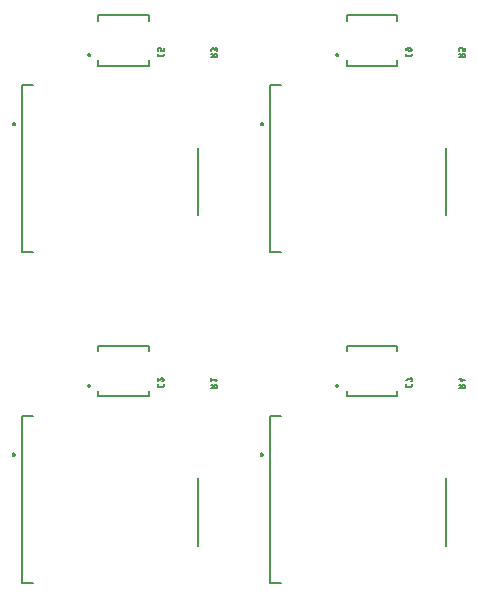
<source format=gbr>
G04 EAGLE Gerber RS-274X export*
G75*
%MOMM*%
%FSLAX34Y34*%
%LPD*%
%INSilkscreen Bottom*%
%IPPOS*%
%AMOC8*
5,1,8,0,0,1.08239X$1,22.5*%
G01*
%ADD10C,0.127000*%
%ADD11C,0.200000*%
%ADD12C,0.152400*%


D10*
X122939Y228904D02*
X122939Y227832D01*
X122941Y227767D01*
X122947Y227703D01*
X122957Y227639D01*
X122970Y227575D01*
X122988Y227513D01*
X123009Y227452D01*
X123033Y227392D01*
X123062Y227334D01*
X123094Y227277D01*
X123129Y227223D01*
X123167Y227171D01*
X123209Y227121D01*
X123253Y227074D01*
X123300Y227030D01*
X123350Y226988D01*
X123402Y226950D01*
X123456Y226915D01*
X123513Y226883D01*
X123571Y226854D01*
X123631Y226830D01*
X123692Y226809D01*
X123754Y226791D01*
X123818Y226778D01*
X123882Y226768D01*
X123946Y226762D01*
X124011Y226760D01*
X124011Y226759D02*
X126693Y226759D01*
X126693Y226760D02*
X126758Y226762D01*
X126822Y226768D01*
X126886Y226778D01*
X126950Y226791D01*
X127012Y226809D01*
X127073Y226830D01*
X127133Y226854D01*
X127191Y226883D01*
X127248Y226915D01*
X127302Y226950D01*
X127354Y226988D01*
X127404Y227030D01*
X127451Y227074D01*
X127495Y227121D01*
X127537Y227171D01*
X127575Y227223D01*
X127610Y227277D01*
X127642Y227334D01*
X127671Y227392D01*
X127695Y227452D01*
X127716Y227513D01*
X127734Y227575D01*
X127747Y227639D01*
X127757Y227703D01*
X127763Y227767D01*
X127765Y227832D01*
X127765Y228904D01*
X127765Y232834D02*
X127763Y232902D01*
X127757Y232969D01*
X127748Y233036D01*
X127735Y233103D01*
X127718Y233168D01*
X127697Y233233D01*
X127673Y233296D01*
X127645Y233358D01*
X127614Y233418D01*
X127580Y233476D01*
X127542Y233532D01*
X127502Y233587D01*
X127458Y233638D01*
X127411Y233687D01*
X127362Y233734D01*
X127311Y233778D01*
X127256Y233818D01*
X127200Y233856D01*
X127142Y233890D01*
X127082Y233921D01*
X127020Y233949D01*
X126957Y233973D01*
X126892Y233994D01*
X126827Y234011D01*
X126760Y234024D01*
X126693Y234033D01*
X126626Y234039D01*
X126558Y234041D01*
X127765Y232834D02*
X127763Y232756D01*
X127757Y232678D01*
X127747Y232601D01*
X127734Y232524D01*
X127716Y232448D01*
X127695Y232373D01*
X127670Y232299D01*
X127641Y232227D01*
X127609Y232156D01*
X127573Y232087D01*
X127534Y232019D01*
X127491Y231954D01*
X127445Y231891D01*
X127396Y231830D01*
X127344Y231772D01*
X127289Y231717D01*
X127232Y231664D01*
X127172Y231615D01*
X127109Y231568D01*
X127044Y231525D01*
X126978Y231485D01*
X126909Y231448D01*
X126838Y231415D01*
X126766Y231385D01*
X126693Y231359D01*
X125620Y233639D02*
X125669Y233688D01*
X125721Y233735D01*
X125776Y233778D01*
X125833Y233819D01*
X125892Y233857D01*
X125953Y233891D01*
X126016Y233922D01*
X126080Y233950D01*
X126146Y233974D01*
X126212Y233994D01*
X126280Y234011D01*
X126349Y234024D01*
X126418Y234033D01*
X126488Y234039D01*
X126558Y234041D01*
X125620Y233639D02*
X122939Y231360D01*
X122939Y234041D01*
X17000Y202100D02*
X7550Y202100D01*
X7550Y60700D01*
X17000Y60700D01*
X157050Y92400D02*
X157050Y149400D01*
D11*
X-100Y169500D02*
X-98Y169563D01*
X-92Y169625D01*
X-82Y169687D01*
X-69Y169749D01*
X-51Y169809D01*
X-30Y169868D01*
X-5Y169926D01*
X24Y169982D01*
X56Y170036D01*
X91Y170088D01*
X129Y170137D01*
X171Y170185D01*
X215Y170229D01*
X263Y170271D01*
X312Y170309D01*
X364Y170344D01*
X418Y170376D01*
X474Y170405D01*
X532Y170430D01*
X591Y170451D01*
X651Y170469D01*
X713Y170482D01*
X775Y170492D01*
X837Y170498D01*
X900Y170500D01*
X963Y170498D01*
X1025Y170492D01*
X1087Y170482D01*
X1149Y170469D01*
X1209Y170451D01*
X1268Y170430D01*
X1326Y170405D01*
X1382Y170376D01*
X1436Y170344D01*
X1488Y170309D01*
X1537Y170271D01*
X1585Y170229D01*
X1629Y170185D01*
X1671Y170137D01*
X1709Y170088D01*
X1744Y170036D01*
X1776Y169982D01*
X1805Y169926D01*
X1830Y169868D01*
X1851Y169809D01*
X1869Y169749D01*
X1882Y169687D01*
X1892Y169625D01*
X1898Y169563D01*
X1900Y169500D01*
X1898Y169437D01*
X1892Y169375D01*
X1882Y169313D01*
X1869Y169251D01*
X1851Y169191D01*
X1830Y169132D01*
X1805Y169074D01*
X1776Y169018D01*
X1744Y168964D01*
X1709Y168912D01*
X1671Y168863D01*
X1629Y168815D01*
X1585Y168771D01*
X1537Y168729D01*
X1488Y168691D01*
X1436Y168656D01*
X1382Y168624D01*
X1326Y168595D01*
X1268Y168570D01*
X1209Y168549D01*
X1149Y168531D01*
X1087Y168518D01*
X1025Y168508D01*
X963Y168502D01*
X900Y168500D01*
X837Y168502D01*
X775Y168508D01*
X713Y168518D01*
X651Y168531D01*
X591Y168549D01*
X532Y168570D01*
X474Y168595D01*
X418Y168624D01*
X364Y168656D01*
X312Y168691D01*
X263Y168729D01*
X215Y168771D01*
X171Y168815D01*
X129Y168863D01*
X91Y168912D01*
X56Y168964D01*
X24Y169018D01*
X-5Y169074D01*
X-30Y169132D01*
X-51Y169191D01*
X-69Y169251D01*
X-82Y169313D01*
X-92Y169375D01*
X-98Y169437D01*
X-100Y169500D01*
D10*
X168255Y225948D02*
X173081Y225948D01*
X173081Y227289D01*
X173079Y227360D01*
X173073Y227432D01*
X173064Y227502D01*
X173051Y227572D01*
X173034Y227642D01*
X173013Y227710D01*
X172989Y227777D01*
X172961Y227843D01*
X172930Y227907D01*
X172895Y227970D01*
X172857Y228030D01*
X172816Y228089D01*
X172772Y228145D01*
X172725Y228199D01*
X172676Y228250D01*
X172623Y228298D01*
X172568Y228344D01*
X172511Y228386D01*
X172451Y228426D01*
X172390Y228462D01*
X172326Y228495D01*
X172261Y228524D01*
X172195Y228550D01*
X172127Y228573D01*
X172058Y228592D01*
X171988Y228607D01*
X171918Y228618D01*
X171847Y228626D01*
X171776Y228630D01*
X171704Y228630D01*
X171633Y228626D01*
X171562Y228618D01*
X171492Y228607D01*
X171422Y228592D01*
X171353Y228573D01*
X171285Y228550D01*
X171219Y228524D01*
X171154Y228495D01*
X171090Y228462D01*
X171029Y228426D01*
X170969Y228386D01*
X170912Y228344D01*
X170857Y228298D01*
X170804Y228250D01*
X170755Y228199D01*
X170708Y228145D01*
X170664Y228089D01*
X170623Y228030D01*
X170585Y227970D01*
X170550Y227907D01*
X170519Y227843D01*
X170491Y227777D01*
X170467Y227710D01*
X170446Y227642D01*
X170429Y227572D01*
X170416Y227502D01*
X170407Y227432D01*
X170401Y227360D01*
X170399Y227289D01*
X170400Y227289D02*
X170400Y225948D01*
X170400Y227557D02*
X168255Y228629D01*
X172009Y231371D02*
X173081Y232711D01*
X168255Y232711D01*
X168255Y231371D02*
X168255Y234052D01*
D12*
X115336Y261336D02*
X72664Y261336D01*
X115336Y261336D02*
X115336Y256764D01*
X115336Y218664D02*
X72664Y218664D01*
X72664Y223236D01*
X72664Y256764D02*
X72664Y261336D01*
X115336Y223236D02*
X115336Y218664D01*
X65552Y227808D02*
X65550Y227862D01*
X65544Y227916D01*
X65535Y227970D01*
X65521Y228023D01*
X65504Y228074D01*
X65483Y228125D01*
X65459Y228173D01*
X65431Y228220D01*
X65400Y228265D01*
X65366Y228307D01*
X65329Y228347D01*
X65289Y228384D01*
X65247Y228418D01*
X65202Y228449D01*
X65155Y228477D01*
X65107Y228501D01*
X65056Y228522D01*
X65005Y228539D01*
X64952Y228553D01*
X64898Y228562D01*
X64844Y228568D01*
X64790Y228570D01*
X64736Y228568D01*
X64682Y228562D01*
X64628Y228553D01*
X64575Y228539D01*
X64524Y228522D01*
X64473Y228501D01*
X64425Y228477D01*
X64378Y228449D01*
X64333Y228418D01*
X64291Y228384D01*
X64251Y228347D01*
X64214Y228307D01*
X64180Y228265D01*
X64149Y228220D01*
X64121Y228173D01*
X64097Y228125D01*
X64076Y228074D01*
X64059Y228023D01*
X64045Y227970D01*
X64036Y227916D01*
X64030Y227862D01*
X64028Y227808D01*
X64030Y227754D01*
X64036Y227700D01*
X64045Y227646D01*
X64059Y227593D01*
X64076Y227542D01*
X64097Y227491D01*
X64121Y227443D01*
X64149Y227396D01*
X64180Y227351D01*
X64214Y227309D01*
X64251Y227269D01*
X64291Y227232D01*
X64333Y227198D01*
X64378Y227167D01*
X64425Y227139D01*
X64473Y227115D01*
X64524Y227094D01*
X64575Y227077D01*
X64628Y227063D01*
X64682Y227054D01*
X64736Y227048D01*
X64790Y227046D01*
X64844Y227048D01*
X64898Y227054D01*
X64952Y227063D01*
X65005Y227077D01*
X65056Y227094D01*
X65107Y227115D01*
X65155Y227139D01*
X65202Y227167D01*
X65247Y227198D01*
X65289Y227232D01*
X65329Y227269D01*
X65366Y227309D01*
X65400Y227351D01*
X65431Y227396D01*
X65459Y227443D01*
X65483Y227491D01*
X65504Y227542D01*
X65521Y227593D01*
X65535Y227646D01*
X65544Y227700D01*
X65550Y227754D01*
X65552Y227808D01*
D10*
X122939Y507832D02*
X122939Y508904D01*
X122939Y507832D02*
X122941Y507767D01*
X122947Y507703D01*
X122957Y507639D01*
X122970Y507575D01*
X122988Y507513D01*
X123009Y507452D01*
X123033Y507392D01*
X123062Y507334D01*
X123094Y507277D01*
X123129Y507223D01*
X123167Y507171D01*
X123209Y507121D01*
X123253Y507074D01*
X123300Y507030D01*
X123350Y506988D01*
X123402Y506950D01*
X123456Y506915D01*
X123513Y506883D01*
X123571Y506854D01*
X123631Y506830D01*
X123692Y506809D01*
X123754Y506791D01*
X123818Y506778D01*
X123882Y506768D01*
X123946Y506762D01*
X124011Y506760D01*
X124011Y506759D02*
X126693Y506759D01*
X126693Y506760D02*
X126758Y506762D01*
X126822Y506768D01*
X126886Y506778D01*
X126950Y506791D01*
X127012Y506809D01*
X127073Y506830D01*
X127133Y506854D01*
X127191Y506883D01*
X127248Y506915D01*
X127302Y506950D01*
X127354Y506988D01*
X127404Y507030D01*
X127451Y507074D01*
X127495Y507121D01*
X127537Y507171D01*
X127575Y507223D01*
X127610Y507277D01*
X127642Y507334D01*
X127671Y507392D01*
X127695Y507452D01*
X127716Y507513D01*
X127734Y507575D01*
X127747Y507639D01*
X127757Y507703D01*
X127763Y507767D01*
X127765Y507832D01*
X127765Y508904D01*
X122939Y511360D02*
X122939Y512968D01*
X122941Y513033D01*
X122947Y513097D01*
X122957Y513161D01*
X122970Y513225D01*
X122988Y513287D01*
X123009Y513348D01*
X123033Y513408D01*
X123062Y513466D01*
X123094Y513523D01*
X123129Y513577D01*
X123167Y513629D01*
X123209Y513679D01*
X123253Y513726D01*
X123300Y513770D01*
X123350Y513812D01*
X123402Y513850D01*
X123456Y513885D01*
X123513Y513917D01*
X123571Y513946D01*
X123631Y513970D01*
X123692Y513991D01*
X123754Y514009D01*
X123818Y514022D01*
X123882Y514032D01*
X123946Y514038D01*
X124011Y514040D01*
X124011Y514041D02*
X124548Y514041D01*
X124548Y514040D02*
X124613Y514038D01*
X124677Y514032D01*
X124741Y514022D01*
X124805Y514009D01*
X124867Y513991D01*
X124928Y513970D01*
X124988Y513946D01*
X125046Y513917D01*
X125103Y513885D01*
X125157Y513850D01*
X125209Y513812D01*
X125259Y513770D01*
X125306Y513726D01*
X125350Y513679D01*
X125392Y513629D01*
X125430Y513577D01*
X125465Y513523D01*
X125497Y513466D01*
X125526Y513408D01*
X125550Y513348D01*
X125571Y513287D01*
X125589Y513225D01*
X125602Y513161D01*
X125612Y513097D01*
X125618Y513033D01*
X125620Y512968D01*
X125620Y511360D01*
X127765Y511360D01*
X127765Y514041D01*
X17000Y482100D02*
X7550Y482100D01*
X7550Y340700D01*
X17000Y340700D01*
X157050Y372400D02*
X157050Y429400D01*
D11*
X-100Y449500D02*
X-98Y449563D01*
X-92Y449625D01*
X-82Y449687D01*
X-69Y449749D01*
X-51Y449809D01*
X-30Y449868D01*
X-5Y449926D01*
X24Y449982D01*
X56Y450036D01*
X91Y450088D01*
X129Y450137D01*
X171Y450185D01*
X215Y450229D01*
X263Y450271D01*
X312Y450309D01*
X364Y450344D01*
X418Y450376D01*
X474Y450405D01*
X532Y450430D01*
X591Y450451D01*
X651Y450469D01*
X713Y450482D01*
X775Y450492D01*
X837Y450498D01*
X900Y450500D01*
X963Y450498D01*
X1025Y450492D01*
X1087Y450482D01*
X1149Y450469D01*
X1209Y450451D01*
X1268Y450430D01*
X1326Y450405D01*
X1382Y450376D01*
X1436Y450344D01*
X1488Y450309D01*
X1537Y450271D01*
X1585Y450229D01*
X1629Y450185D01*
X1671Y450137D01*
X1709Y450088D01*
X1744Y450036D01*
X1776Y449982D01*
X1805Y449926D01*
X1830Y449868D01*
X1851Y449809D01*
X1869Y449749D01*
X1882Y449687D01*
X1892Y449625D01*
X1898Y449563D01*
X1900Y449500D01*
X1898Y449437D01*
X1892Y449375D01*
X1882Y449313D01*
X1869Y449251D01*
X1851Y449191D01*
X1830Y449132D01*
X1805Y449074D01*
X1776Y449018D01*
X1744Y448964D01*
X1709Y448912D01*
X1671Y448863D01*
X1629Y448815D01*
X1585Y448771D01*
X1537Y448729D01*
X1488Y448691D01*
X1436Y448656D01*
X1382Y448624D01*
X1326Y448595D01*
X1268Y448570D01*
X1209Y448549D01*
X1149Y448531D01*
X1087Y448518D01*
X1025Y448508D01*
X963Y448502D01*
X900Y448500D01*
X837Y448502D01*
X775Y448508D01*
X713Y448518D01*
X651Y448531D01*
X591Y448549D01*
X532Y448570D01*
X474Y448595D01*
X418Y448624D01*
X364Y448656D01*
X312Y448691D01*
X263Y448729D01*
X215Y448771D01*
X171Y448815D01*
X129Y448863D01*
X91Y448912D01*
X56Y448964D01*
X24Y449018D01*
X-5Y449074D01*
X-30Y449132D01*
X-51Y449191D01*
X-69Y449251D01*
X-82Y449313D01*
X-92Y449375D01*
X-98Y449437D01*
X-100Y449500D01*
D10*
X168255Y505948D02*
X173081Y505948D01*
X173081Y507289D01*
X173079Y507360D01*
X173073Y507432D01*
X173064Y507502D01*
X173051Y507572D01*
X173034Y507642D01*
X173013Y507710D01*
X172989Y507777D01*
X172961Y507843D01*
X172930Y507907D01*
X172895Y507970D01*
X172857Y508030D01*
X172816Y508089D01*
X172772Y508145D01*
X172725Y508199D01*
X172676Y508250D01*
X172623Y508298D01*
X172568Y508344D01*
X172511Y508386D01*
X172451Y508426D01*
X172390Y508462D01*
X172326Y508495D01*
X172261Y508524D01*
X172195Y508550D01*
X172127Y508573D01*
X172058Y508592D01*
X171988Y508607D01*
X171918Y508618D01*
X171847Y508626D01*
X171776Y508630D01*
X171704Y508630D01*
X171633Y508626D01*
X171562Y508618D01*
X171492Y508607D01*
X171422Y508592D01*
X171353Y508573D01*
X171285Y508550D01*
X171219Y508524D01*
X171154Y508495D01*
X171090Y508462D01*
X171029Y508426D01*
X170969Y508386D01*
X170912Y508344D01*
X170857Y508298D01*
X170804Y508250D01*
X170755Y508199D01*
X170708Y508145D01*
X170664Y508089D01*
X170623Y508030D01*
X170585Y507970D01*
X170550Y507907D01*
X170519Y507843D01*
X170491Y507777D01*
X170467Y507710D01*
X170446Y507642D01*
X170429Y507572D01*
X170416Y507502D01*
X170407Y507432D01*
X170401Y507360D01*
X170399Y507289D01*
X170400Y507289D02*
X170400Y505948D01*
X170400Y507557D02*
X168255Y508629D01*
X168255Y511371D02*
X168255Y512711D01*
X168257Y512782D01*
X168263Y512854D01*
X168272Y512924D01*
X168285Y512994D01*
X168302Y513064D01*
X168323Y513132D01*
X168347Y513199D01*
X168375Y513265D01*
X168406Y513329D01*
X168441Y513392D01*
X168479Y513452D01*
X168520Y513511D01*
X168564Y513567D01*
X168611Y513621D01*
X168660Y513672D01*
X168713Y513720D01*
X168768Y513766D01*
X168825Y513808D01*
X168885Y513848D01*
X168946Y513884D01*
X169010Y513917D01*
X169075Y513946D01*
X169141Y513972D01*
X169209Y513995D01*
X169278Y514014D01*
X169348Y514029D01*
X169418Y514040D01*
X169489Y514048D01*
X169560Y514052D01*
X169632Y514052D01*
X169703Y514048D01*
X169774Y514040D01*
X169844Y514029D01*
X169914Y514014D01*
X169983Y513995D01*
X170051Y513972D01*
X170117Y513946D01*
X170182Y513917D01*
X170246Y513884D01*
X170307Y513848D01*
X170367Y513808D01*
X170424Y513766D01*
X170479Y513720D01*
X170532Y513672D01*
X170581Y513621D01*
X170628Y513567D01*
X170672Y513511D01*
X170713Y513452D01*
X170751Y513392D01*
X170786Y513329D01*
X170817Y513265D01*
X170845Y513199D01*
X170869Y513132D01*
X170890Y513064D01*
X170907Y512994D01*
X170920Y512924D01*
X170929Y512854D01*
X170935Y512782D01*
X170937Y512711D01*
X173081Y512979D02*
X173081Y511371D01*
X173081Y512979D02*
X173079Y513044D01*
X173073Y513108D01*
X173063Y513172D01*
X173050Y513236D01*
X173032Y513298D01*
X173011Y513359D01*
X172987Y513419D01*
X172958Y513477D01*
X172926Y513534D01*
X172891Y513588D01*
X172853Y513640D01*
X172811Y513690D01*
X172767Y513737D01*
X172720Y513781D01*
X172670Y513823D01*
X172618Y513861D01*
X172564Y513896D01*
X172507Y513928D01*
X172449Y513957D01*
X172389Y513981D01*
X172328Y514002D01*
X172266Y514020D01*
X172202Y514033D01*
X172138Y514043D01*
X172074Y514049D01*
X172009Y514051D01*
X171944Y514049D01*
X171880Y514043D01*
X171816Y514033D01*
X171752Y514020D01*
X171690Y514002D01*
X171629Y513981D01*
X171569Y513957D01*
X171511Y513928D01*
X171454Y513896D01*
X171400Y513861D01*
X171348Y513823D01*
X171298Y513781D01*
X171251Y513737D01*
X171207Y513690D01*
X171165Y513640D01*
X171127Y513588D01*
X171092Y513534D01*
X171060Y513477D01*
X171031Y513419D01*
X171007Y513359D01*
X170986Y513298D01*
X170968Y513236D01*
X170955Y513172D01*
X170945Y513108D01*
X170939Y513044D01*
X170937Y512979D01*
X170936Y512979D02*
X170936Y511907D01*
D12*
X115336Y541336D02*
X72664Y541336D01*
X115336Y541336D02*
X115336Y536764D01*
X115336Y498664D02*
X72664Y498664D01*
X72664Y503236D01*
X72664Y536764D02*
X72664Y541336D01*
X115336Y503236D02*
X115336Y498664D01*
X65552Y507808D02*
X65550Y507862D01*
X65544Y507916D01*
X65535Y507970D01*
X65521Y508023D01*
X65504Y508074D01*
X65483Y508125D01*
X65459Y508173D01*
X65431Y508220D01*
X65400Y508265D01*
X65366Y508307D01*
X65329Y508347D01*
X65289Y508384D01*
X65247Y508418D01*
X65202Y508449D01*
X65155Y508477D01*
X65107Y508501D01*
X65056Y508522D01*
X65005Y508539D01*
X64952Y508553D01*
X64898Y508562D01*
X64844Y508568D01*
X64790Y508570D01*
X64736Y508568D01*
X64682Y508562D01*
X64628Y508553D01*
X64575Y508539D01*
X64524Y508522D01*
X64473Y508501D01*
X64425Y508477D01*
X64378Y508449D01*
X64333Y508418D01*
X64291Y508384D01*
X64251Y508347D01*
X64214Y508307D01*
X64180Y508265D01*
X64149Y508220D01*
X64121Y508173D01*
X64097Y508125D01*
X64076Y508074D01*
X64059Y508023D01*
X64045Y507970D01*
X64036Y507916D01*
X64030Y507862D01*
X64028Y507808D01*
X64030Y507754D01*
X64036Y507700D01*
X64045Y507646D01*
X64059Y507593D01*
X64076Y507542D01*
X64097Y507491D01*
X64121Y507443D01*
X64149Y507396D01*
X64180Y507351D01*
X64214Y507309D01*
X64251Y507269D01*
X64291Y507232D01*
X64333Y507198D01*
X64378Y507167D01*
X64425Y507139D01*
X64473Y507115D01*
X64524Y507094D01*
X64575Y507077D01*
X64628Y507063D01*
X64682Y507054D01*
X64736Y507048D01*
X64790Y507046D01*
X64844Y507048D01*
X64898Y507054D01*
X64952Y507063D01*
X65005Y507077D01*
X65056Y507094D01*
X65107Y507115D01*
X65155Y507139D01*
X65202Y507167D01*
X65247Y507198D01*
X65289Y507232D01*
X65329Y507269D01*
X65366Y507309D01*
X65400Y507351D01*
X65431Y507396D01*
X65459Y507443D01*
X65483Y507491D01*
X65504Y507542D01*
X65521Y507593D01*
X65535Y507646D01*
X65544Y507700D01*
X65550Y507754D01*
X65552Y507808D01*
D10*
X332939Y507832D02*
X332939Y508904D01*
X332939Y507832D02*
X332941Y507767D01*
X332947Y507703D01*
X332957Y507639D01*
X332970Y507575D01*
X332988Y507513D01*
X333009Y507452D01*
X333033Y507392D01*
X333062Y507334D01*
X333094Y507277D01*
X333129Y507223D01*
X333167Y507171D01*
X333209Y507121D01*
X333253Y507074D01*
X333300Y507030D01*
X333350Y506988D01*
X333402Y506950D01*
X333456Y506915D01*
X333513Y506883D01*
X333571Y506854D01*
X333631Y506830D01*
X333692Y506809D01*
X333754Y506791D01*
X333818Y506778D01*
X333882Y506768D01*
X333946Y506762D01*
X334011Y506760D01*
X334011Y506759D02*
X336693Y506759D01*
X336693Y506760D02*
X336758Y506762D01*
X336822Y506768D01*
X336886Y506778D01*
X336950Y506791D01*
X337012Y506809D01*
X337073Y506830D01*
X337133Y506854D01*
X337191Y506883D01*
X337248Y506915D01*
X337302Y506950D01*
X337354Y506988D01*
X337404Y507030D01*
X337451Y507074D01*
X337495Y507121D01*
X337537Y507171D01*
X337575Y507223D01*
X337610Y507277D01*
X337642Y507334D01*
X337671Y507392D01*
X337695Y507452D01*
X337716Y507513D01*
X337734Y507575D01*
X337747Y507639D01*
X337757Y507703D01*
X337763Y507767D01*
X337765Y507832D01*
X337765Y508904D01*
X335084Y512432D02*
X335084Y514041D01*
X335084Y512432D02*
X335086Y512367D01*
X335092Y512303D01*
X335102Y512239D01*
X335115Y512175D01*
X335133Y512113D01*
X335154Y512052D01*
X335178Y511992D01*
X335207Y511934D01*
X335239Y511877D01*
X335274Y511823D01*
X335312Y511771D01*
X335354Y511721D01*
X335398Y511674D01*
X335445Y511630D01*
X335495Y511588D01*
X335547Y511550D01*
X335601Y511515D01*
X335658Y511483D01*
X335716Y511454D01*
X335776Y511430D01*
X335837Y511409D01*
X335899Y511391D01*
X335963Y511378D01*
X336027Y511368D01*
X336091Y511362D01*
X336156Y511360D01*
X336424Y511360D01*
X336424Y511359D02*
X336495Y511361D01*
X336567Y511367D01*
X336637Y511376D01*
X336707Y511389D01*
X336777Y511406D01*
X336845Y511427D01*
X336912Y511451D01*
X336978Y511479D01*
X337042Y511510D01*
X337105Y511545D01*
X337165Y511583D01*
X337224Y511624D01*
X337280Y511668D01*
X337334Y511715D01*
X337385Y511764D01*
X337433Y511817D01*
X337479Y511872D01*
X337521Y511929D01*
X337561Y511989D01*
X337597Y512050D01*
X337630Y512114D01*
X337659Y512179D01*
X337685Y512245D01*
X337708Y512313D01*
X337727Y512382D01*
X337742Y512452D01*
X337753Y512522D01*
X337761Y512593D01*
X337765Y512664D01*
X337765Y512736D01*
X337761Y512807D01*
X337753Y512878D01*
X337742Y512948D01*
X337727Y513018D01*
X337708Y513087D01*
X337685Y513155D01*
X337659Y513221D01*
X337630Y513286D01*
X337597Y513350D01*
X337561Y513411D01*
X337521Y513471D01*
X337479Y513528D01*
X337433Y513583D01*
X337385Y513636D01*
X337334Y513685D01*
X337280Y513732D01*
X337224Y513776D01*
X337165Y513817D01*
X337105Y513855D01*
X337042Y513890D01*
X336978Y513921D01*
X336912Y513949D01*
X336845Y513973D01*
X336777Y513994D01*
X336707Y514011D01*
X336637Y514024D01*
X336567Y514033D01*
X336495Y514039D01*
X336424Y514041D01*
X335084Y514041D01*
X334993Y514039D01*
X334902Y514033D01*
X334812Y514024D01*
X334721Y514010D01*
X334632Y513993D01*
X334544Y513972D01*
X334456Y513947D01*
X334369Y513918D01*
X334284Y513886D01*
X334200Y513851D01*
X334118Y513811D01*
X334038Y513769D01*
X333959Y513723D01*
X333883Y513673D01*
X333809Y513621D01*
X333736Y513565D01*
X333667Y513506D01*
X333600Y513445D01*
X333535Y513380D01*
X333474Y513313D01*
X333415Y513244D01*
X333359Y513171D01*
X333307Y513097D01*
X333257Y513021D01*
X333211Y512942D01*
X333169Y512862D01*
X333129Y512780D01*
X333094Y512696D01*
X333062Y512611D01*
X333033Y512524D01*
X333008Y512436D01*
X332987Y512348D01*
X332970Y512259D01*
X332956Y512168D01*
X332947Y512078D01*
X332941Y511987D01*
X332939Y511896D01*
X227000Y482100D02*
X217550Y482100D01*
X217550Y340700D01*
X227000Y340700D01*
X367050Y372400D02*
X367050Y429400D01*
D11*
X209900Y449500D02*
X209902Y449563D01*
X209908Y449625D01*
X209918Y449687D01*
X209931Y449749D01*
X209949Y449809D01*
X209970Y449868D01*
X209995Y449926D01*
X210024Y449982D01*
X210056Y450036D01*
X210091Y450088D01*
X210129Y450137D01*
X210171Y450185D01*
X210215Y450229D01*
X210263Y450271D01*
X210312Y450309D01*
X210364Y450344D01*
X210418Y450376D01*
X210474Y450405D01*
X210532Y450430D01*
X210591Y450451D01*
X210651Y450469D01*
X210713Y450482D01*
X210775Y450492D01*
X210837Y450498D01*
X210900Y450500D01*
X210963Y450498D01*
X211025Y450492D01*
X211087Y450482D01*
X211149Y450469D01*
X211209Y450451D01*
X211268Y450430D01*
X211326Y450405D01*
X211382Y450376D01*
X211436Y450344D01*
X211488Y450309D01*
X211537Y450271D01*
X211585Y450229D01*
X211629Y450185D01*
X211671Y450137D01*
X211709Y450088D01*
X211744Y450036D01*
X211776Y449982D01*
X211805Y449926D01*
X211830Y449868D01*
X211851Y449809D01*
X211869Y449749D01*
X211882Y449687D01*
X211892Y449625D01*
X211898Y449563D01*
X211900Y449500D01*
X211898Y449437D01*
X211892Y449375D01*
X211882Y449313D01*
X211869Y449251D01*
X211851Y449191D01*
X211830Y449132D01*
X211805Y449074D01*
X211776Y449018D01*
X211744Y448964D01*
X211709Y448912D01*
X211671Y448863D01*
X211629Y448815D01*
X211585Y448771D01*
X211537Y448729D01*
X211488Y448691D01*
X211436Y448656D01*
X211382Y448624D01*
X211326Y448595D01*
X211268Y448570D01*
X211209Y448549D01*
X211149Y448531D01*
X211087Y448518D01*
X211025Y448508D01*
X210963Y448502D01*
X210900Y448500D01*
X210837Y448502D01*
X210775Y448508D01*
X210713Y448518D01*
X210651Y448531D01*
X210591Y448549D01*
X210532Y448570D01*
X210474Y448595D01*
X210418Y448624D01*
X210364Y448656D01*
X210312Y448691D01*
X210263Y448729D01*
X210215Y448771D01*
X210171Y448815D01*
X210129Y448863D01*
X210091Y448912D01*
X210056Y448964D01*
X210024Y449018D01*
X209995Y449074D01*
X209970Y449132D01*
X209949Y449191D01*
X209931Y449251D01*
X209918Y449313D01*
X209908Y449375D01*
X209902Y449437D01*
X209900Y449500D01*
D10*
X378255Y505948D02*
X383081Y505948D01*
X383081Y507289D01*
X383079Y507360D01*
X383073Y507432D01*
X383064Y507502D01*
X383051Y507572D01*
X383034Y507642D01*
X383013Y507710D01*
X382989Y507777D01*
X382961Y507843D01*
X382930Y507907D01*
X382895Y507970D01*
X382857Y508030D01*
X382816Y508089D01*
X382772Y508145D01*
X382725Y508199D01*
X382676Y508250D01*
X382623Y508298D01*
X382568Y508344D01*
X382511Y508386D01*
X382451Y508426D01*
X382390Y508462D01*
X382326Y508495D01*
X382261Y508524D01*
X382195Y508550D01*
X382127Y508573D01*
X382058Y508592D01*
X381988Y508607D01*
X381918Y508618D01*
X381847Y508626D01*
X381776Y508630D01*
X381704Y508630D01*
X381633Y508626D01*
X381562Y508618D01*
X381492Y508607D01*
X381422Y508592D01*
X381353Y508573D01*
X381285Y508550D01*
X381219Y508524D01*
X381154Y508495D01*
X381090Y508462D01*
X381029Y508426D01*
X380969Y508386D01*
X380912Y508344D01*
X380857Y508298D01*
X380804Y508250D01*
X380755Y508199D01*
X380708Y508145D01*
X380664Y508089D01*
X380623Y508030D01*
X380585Y507970D01*
X380550Y507907D01*
X380519Y507843D01*
X380491Y507777D01*
X380467Y507710D01*
X380446Y507642D01*
X380429Y507572D01*
X380416Y507502D01*
X380407Y507432D01*
X380401Y507360D01*
X380399Y507289D01*
X380400Y507289D02*
X380400Y505948D01*
X380400Y507557D02*
X378255Y508629D01*
X378255Y511371D02*
X378255Y512979D01*
X378257Y513044D01*
X378263Y513108D01*
X378273Y513172D01*
X378286Y513236D01*
X378304Y513298D01*
X378325Y513359D01*
X378349Y513419D01*
X378378Y513477D01*
X378410Y513534D01*
X378445Y513588D01*
X378483Y513640D01*
X378525Y513690D01*
X378569Y513737D01*
X378616Y513781D01*
X378666Y513823D01*
X378718Y513861D01*
X378772Y513896D01*
X378829Y513928D01*
X378887Y513957D01*
X378947Y513981D01*
X379008Y514002D01*
X379070Y514020D01*
X379134Y514033D01*
X379198Y514043D01*
X379262Y514049D01*
X379327Y514051D01*
X379327Y514052D02*
X379864Y514052D01*
X379864Y514051D02*
X379929Y514049D01*
X379993Y514043D01*
X380057Y514033D01*
X380121Y514020D01*
X380183Y514002D01*
X380244Y513981D01*
X380304Y513957D01*
X380362Y513928D01*
X380419Y513896D01*
X380473Y513861D01*
X380525Y513823D01*
X380575Y513781D01*
X380622Y513737D01*
X380666Y513690D01*
X380708Y513640D01*
X380746Y513588D01*
X380781Y513534D01*
X380813Y513477D01*
X380842Y513419D01*
X380866Y513359D01*
X380887Y513298D01*
X380905Y513236D01*
X380918Y513172D01*
X380928Y513108D01*
X380934Y513044D01*
X380936Y512979D01*
X380936Y511371D01*
X383081Y511371D01*
X383081Y514052D01*
D12*
X325336Y541336D02*
X282664Y541336D01*
X325336Y541336D02*
X325336Y536764D01*
X325336Y498664D02*
X282664Y498664D01*
X282664Y503236D01*
X282664Y536764D02*
X282664Y541336D01*
X325336Y503236D02*
X325336Y498664D01*
X275552Y507808D02*
X275550Y507862D01*
X275544Y507916D01*
X275535Y507970D01*
X275521Y508023D01*
X275504Y508074D01*
X275483Y508125D01*
X275459Y508173D01*
X275431Y508220D01*
X275400Y508265D01*
X275366Y508307D01*
X275329Y508347D01*
X275289Y508384D01*
X275247Y508418D01*
X275202Y508449D01*
X275155Y508477D01*
X275107Y508501D01*
X275056Y508522D01*
X275005Y508539D01*
X274952Y508553D01*
X274898Y508562D01*
X274844Y508568D01*
X274790Y508570D01*
X274736Y508568D01*
X274682Y508562D01*
X274628Y508553D01*
X274575Y508539D01*
X274524Y508522D01*
X274473Y508501D01*
X274425Y508477D01*
X274378Y508449D01*
X274333Y508418D01*
X274291Y508384D01*
X274251Y508347D01*
X274214Y508307D01*
X274180Y508265D01*
X274149Y508220D01*
X274121Y508173D01*
X274097Y508125D01*
X274076Y508074D01*
X274059Y508023D01*
X274045Y507970D01*
X274036Y507916D01*
X274030Y507862D01*
X274028Y507808D01*
X274030Y507754D01*
X274036Y507700D01*
X274045Y507646D01*
X274059Y507593D01*
X274076Y507542D01*
X274097Y507491D01*
X274121Y507443D01*
X274149Y507396D01*
X274180Y507351D01*
X274214Y507309D01*
X274251Y507269D01*
X274291Y507232D01*
X274333Y507198D01*
X274378Y507167D01*
X274425Y507139D01*
X274473Y507115D01*
X274524Y507094D01*
X274575Y507077D01*
X274628Y507063D01*
X274682Y507054D01*
X274736Y507048D01*
X274790Y507046D01*
X274844Y507048D01*
X274898Y507054D01*
X274952Y507063D01*
X275005Y507077D01*
X275056Y507094D01*
X275107Y507115D01*
X275155Y507139D01*
X275202Y507167D01*
X275247Y507198D01*
X275289Y507232D01*
X275329Y507269D01*
X275366Y507309D01*
X275400Y507351D01*
X275431Y507396D01*
X275459Y507443D01*
X275483Y507491D01*
X275504Y507542D01*
X275521Y507593D01*
X275535Y507646D01*
X275544Y507700D01*
X275550Y507754D01*
X275552Y507808D01*
D10*
X332939Y228904D02*
X332939Y227832D01*
X332941Y227767D01*
X332947Y227703D01*
X332957Y227639D01*
X332970Y227575D01*
X332988Y227513D01*
X333009Y227452D01*
X333033Y227392D01*
X333062Y227334D01*
X333094Y227277D01*
X333129Y227223D01*
X333167Y227171D01*
X333209Y227121D01*
X333253Y227074D01*
X333300Y227030D01*
X333350Y226988D01*
X333402Y226950D01*
X333456Y226915D01*
X333513Y226883D01*
X333571Y226854D01*
X333631Y226830D01*
X333692Y226809D01*
X333754Y226791D01*
X333818Y226778D01*
X333882Y226768D01*
X333946Y226762D01*
X334011Y226760D01*
X334011Y226759D02*
X336693Y226759D01*
X336693Y226760D02*
X336758Y226762D01*
X336822Y226768D01*
X336886Y226778D01*
X336950Y226791D01*
X337012Y226809D01*
X337073Y226830D01*
X337133Y226854D01*
X337191Y226883D01*
X337248Y226915D01*
X337302Y226950D01*
X337354Y226988D01*
X337404Y227030D01*
X337451Y227074D01*
X337495Y227121D01*
X337537Y227171D01*
X337575Y227223D01*
X337610Y227277D01*
X337642Y227334D01*
X337671Y227392D01*
X337695Y227452D01*
X337716Y227513D01*
X337734Y227575D01*
X337747Y227639D01*
X337757Y227703D01*
X337763Y227767D01*
X337765Y227832D01*
X337765Y228904D01*
X337765Y231360D02*
X337229Y231360D01*
X337765Y231360D02*
X337765Y234041D01*
X332939Y232700D01*
X227000Y202100D02*
X217550Y202100D01*
X217550Y60700D01*
X227000Y60700D01*
X367050Y92400D02*
X367050Y149400D01*
D11*
X209900Y169500D02*
X209902Y169563D01*
X209908Y169625D01*
X209918Y169687D01*
X209931Y169749D01*
X209949Y169809D01*
X209970Y169868D01*
X209995Y169926D01*
X210024Y169982D01*
X210056Y170036D01*
X210091Y170088D01*
X210129Y170137D01*
X210171Y170185D01*
X210215Y170229D01*
X210263Y170271D01*
X210312Y170309D01*
X210364Y170344D01*
X210418Y170376D01*
X210474Y170405D01*
X210532Y170430D01*
X210591Y170451D01*
X210651Y170469D01*
X210713Y170482D01*
X210775Y170492D01*
X210837Y170498D01*
X210900Y170500D01*
X210963Y170498D01*
X211025Y170492D01*
X211087Y170482D01*
X211149Y170469D01*
X211209Y170451D01*
X211268Y170430D01*
X211326Y170405D01*
X211382Y170376D01*
X211436Y170344D01*
X211488Y170309D01*
X211537Y170271D01*
X211585Y170229D01*
X211629Y170185D01*
X211671Y170137D01*
X211709Y170088D01*
X211744Y170036D01*
X211776Y169982D01*
X211805Y169926D01*
X211830Y169868D01*
X211851Y169809D01*
X211869Y169749D01*
X211882Y169687D01*
X211892Y169625D01*
X211898Y169563D01*
X211900Y169500D01*
X211898Y169437D01*
X211892Y169375D01*
X211882Y169313D01*
X211869Y169251D01*
X211851Y169191D01*
X211830Y169132D01*
X211805Y169074D01*
X211776Y169018D01*
X211744Y168964D01*
X211709Y168912D01*
X211671Y168863D01*
X211629Y168815D01*
X211585Y168771D01*
X211537Y168729D01*
X211488Y168691D01*
X211436Y168656D01*
X211382Y168624D01*
X211326Y168595D01*
X211268Y168570D01*
X211209Y168549D01*
X211149Y168531D01*
X211087Y168518D01*
X211025Y168508D01*
X210963Y168502D01*
X210900Y168500D01*
X210837Y168502D01*
X210775Y168508D01*
X210713Y168518D01*
X210651Y168531D01*
X210591Y168549D01*
X210532Y168570D01*
X210474Y168595D01*
X210418Y168624D01*
X210364Y168656D01*
X210312Y168691D01*
X210263Y168729D01*
X210215Y168771D01*
X210171Y168815D01*
X210129Y168863D01*
X210091Y168912D01*
X210056Y168964D01*
X210024Y169018D01*
X209995Y169074D01*
X209970Y169132D01*
X209949Y169191D01*
X209931Y169251D01*
X209918Y169313D01*
X209908Y169375D01*
X209902Y169437D01*
X209900Y169500D01*
D10*
X378255Y225948D02*
X383081Y225948D01*
X383081Y227289D01*
X383079Y227360D01*
X383073Y227432D01*
X383064Y227502D01*
X383051Y227572D01*
X383034Y227642D01*
X383013Y227710D01*
X382989Y227777D01*
X382961Y227843D01*
X382930Y227907D01*
X382895Y227970D01*
X382857Y228030D01*
X382816Y228089D01*
X382772Y228145D01*
X382725Y228199D01*
X382676Y228250D01*
X382623Y228298D01*
X382568Y228344D01*
X382511Y228386D01*
X382451Y228426D01*
X382390Y228462D01*
X382326Y228495D01*
X382261Y228524D01*
X382195Y228550D01*
X382127Y228573D01*
X382058Y228592D01*
X381988Y228607D01*
X381918Y228618D01*
X381847Y228626D01*
X381776Y228630D01*
X381704Y228630D01*
X381633Y228626D01*
X381562Y228618D01*
X381492Y228607D01*
X381422Y228592D01*
X381353Y228573D01*
X381285Y228550D01*
X381219Y228524D01*
X381154Y228495D01*
X381090Y228462D01*
X381029Y228426D01*
X380969Y228386D01*
X380912Y228344D01*
X380857Y228298D01*
X380804Y228250D01*
X380755Y228199D01*
X380708Y228145D01*
X380664Y228089D01*
X380623Y228030D01*
X380585Y227970D01*
X380550Y227907D01*
X380519Y227843D01*
X380491Y227777D01*
X380467Y227710D01*
X380446Y227642D01*
X380429Y227572D01*
X380416Y227502D01*
X380407Y227432D01*
X380401Y227360D01*
X380399Y227289D01*
X380400Y227289D02*
X380400Y225948D01*
X380400Y227557D02*
X378255Y228629D01*
X379327Y231371D02*
X383081Y232443D01*
X379327Y231371D02*
X379327Y234052D01*
X380400Y233248D02*
X378255Y233248D01*
D12*
X325336Y261336D02*
X282664Y261336D01*
X325336Y261336D02*
X325336Y256764D01*
X325336Y218664D02*
X282664Y218664D01*
X282664Y223236D01*
X282664Y256764D02*
X282664Y261336D01*
X325336Y223236D02*
X325336Y218664D01*
X275552Y227808D02*
X275550Y227862D01*
X275544Y227916D01*
X275535Y227970D01*
X275521Y228023D01*
X275504Y228074D01*
X275483Y228125D01*
X275459Y228173D01*
X275431Y228220D01*
X275400Y228265D01*
X275366Y228307D01*
X275329Y228347D01*
X275289Y228384D01*
X275247Y228418D01*
X275202Y228449D01*
X275155Y228477D01*
X275107Y228501D01*
X275056Y228522D01*
X275005Y228539D01*
X274952Y228553D01*
X274898Y228562D01*
X274844Y228568D01*
X274790Y228570D01*
X274736Y228568D01*
X274682Y228562D01*
X274628Y228553D01*
X274575Y228539D01*
X274524Y228522D01*
X274473Y228501D01*
X274425Y228477D01*
X274378Y228449D01*
X274333Y228418D01*
X274291Y228384D01*
X274251Y228347D01*
X274214Y228307D01*
X274180Y228265D01*
X274149Y228220D01*
X274121Y228173D01*
X274097Y228125D01*
X274076Y228074D01*
X274059Y228023D01*
X274045Y227970D01*
X274036Y227916D01*
X274030Y227862D01*
X274028Y227808D01*
X274030Y227754D01*
X274036Y227700D01*
X274045Y227646D01*
X274059Y227593D01*
X274076Y227542D01*
X274097Y227491D01*
X274121Y227443D01*
X274149Y227396D01*
X274180Y227351D01*
X274214Y227309D01*
X274251Y227269D01*
X274291Y227232D01*
X274333Y227198D01*
X274378Y227167D01*
X274425Y227139D01*
X274473Y227115D01*
X274524Y227094D01*
X274575Y227077D01*
X274628Y227063D01*
X274682Y227054D01*
X274736Y227048D01*
X274790Y227046D01*
X274844Y227048D01*
X274898Y227054D01*
X274952Y227063D01*
X275005Y227077D01*
X275056Y227094D01*
X275107Y227115D01*
X275155Y227139D01*
X275202Y227167D01*
X275247Y227198D01*
X275289Y227232D01*
X275329Y227269D01*
X275366Y227309D01*
X275400Y227351D01*
X275431Y227396D01*
X275459Y227443D01*
X275483Y227491D01*
X275504Y227542D01*
X275521Y227593D01*
X275535Y227646D01*
X275544Y227700D01*
X275550Y227754D01*
X275552Y227808D01*
M02*

</source>
